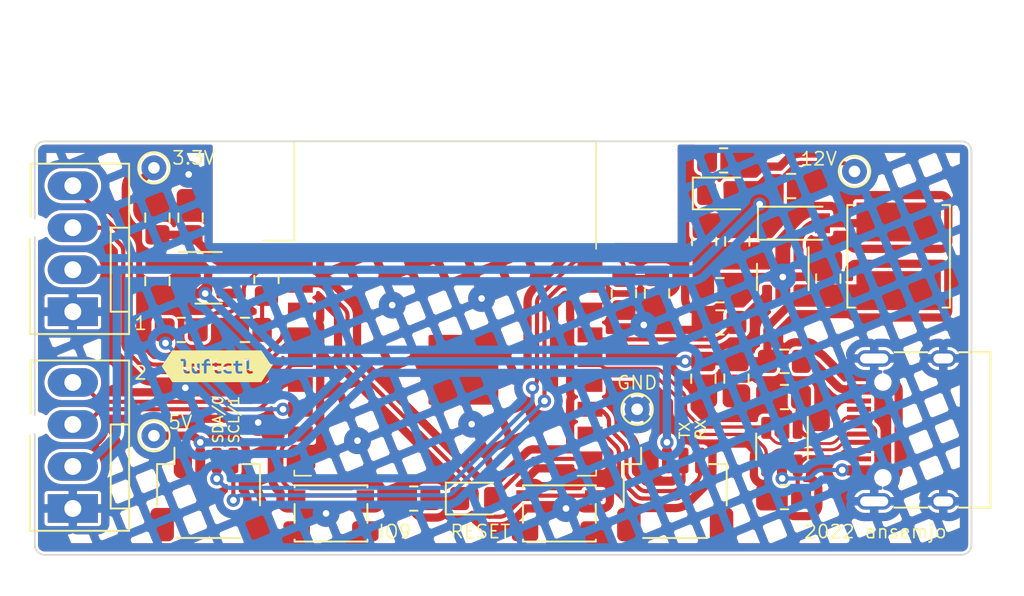
<source format=kicad_pcb>
(kicad_pcb (version 20211014) (generator pcbnew)
  (layers (0 "F.Cu" signal) (31 "B.Cu" signal) (34 "B.Paste" user) (35 "F.Paste" user) (36 "B.SilkS" user "B.Silkscreen") (37 "F.SilkS" user "F.Silkscreen") (38 "B.Mask" user) (39 "F.Mask" user) (44 "Edge.Cuts" user))
  (net 0 "")
  (net 1 "LED")
  (net 2 "Net-(D2-Pad1)")
  (net 3 "+3V3")
  (net 4 "GND")
  (net 5 "TXD")
  (net 6 "RXD")
  (net 7 "+12V")
  (net 8 "Net-(C6-Pad2)")
  (net 9 "EN")
  (net 10 "Net-(D1-Pad2)")
  (net 11 "Net-(D3-Pad1)")
  (net 12 "VBUS")
  (net 13 "USB+")
  (net 14 "+5V")
  (net 15 "CC1")
  (net 17 "USB-")
  (net 18 "CC2")
  (net 20 "SDA")
  (net 21 "SCL")
  (net 22 "FAN2_PWM")
  (net 23 "BOOT")
  (net 24 "FAN1_PWM")
  (net 25 "12V_EN")
  (net 26 "GPIO2")
  (net 27 "GPIO8")
  (net 29 "FAN1_Tacho")
  (net 30 "FAN2_Tacho")
  (footprint "Capacitor_SMD:C_0805_2012Metric_Pad1.18x1.45mm_HandSolder" (layer "F.Cu") (at 168 64.35 90)
    (fp_text reference "C5" hide)
    (fp_text value "100nF")
  )
  (footprint "LED_SMD:LED_0805_2012Metric_Pad1.15x1.40mm_HandSolder" (layer "F.Cu") (at 167.225 53.15)
    (fp_text reference "D3" hide)
    (fp_text value "PWR")
  )
  (footprint "Resistor_SMD:R_0805_2012Metric_Pad1.20x1.40mm_HandSolder" (layer "F.Cu") (at 167 60.95 180)
    (fp_text reference "R3" hide)
    (fp_text value "10kΩ")
  )
  (footprint "Resistor_SMD:R_0805_2012Metric_Pad1.20x1.40mm_HandSolder" (layer "F.Cu") (at 167.225 51.15)
    (fp_text reference "R10" hide)
    (fp_text value "2.2kΩ")
  )
  (footprint "Package_TO_SOT_SMD:SOT-23-6" (layer "F.Cu") (at 170.75 68.4625 -90)
    (fp_text reference "U3" hide)
    (fp_text value "USBLC6-4SC6")
  )
  (footprint "Resistor_SMD:R_0805_2012Metric_Pad1.20x1.40mm_HandSolder" (layer "F.Cu") (at 170.9 71.5125 180)
    (fp_text reference "R4" hide)
    (fp_text value "5.1kΩ")
  )
  (footprint "Resistor_SMD:R_0805_2012Metric_Pad1.20x1.40mm_HandSolder" (layer "F.Cu") (at 139.6 58.35 90)
    (fp_text reference "R8" hide)
    (fp_text value "10kΩ")
  )
  (footprint "Capacitor_SMD:C_0805_2012Metric_Pad1.18x1.45mm_HandSolder" (layer "F.Cu") (at 163.2 59.2 90)
    (fp_text reference "C10" hide)
    (fp_text value "10µF")
  )
  (footprint "Capacitor_SMD:C_0805_2012Metric_Pad1.18x1.45mm_HandSolder" (layer "F.Cu") (at 135.0125 54.6125 -90)
    (fp_text reference "C11" hide)
    (fp_text value "100nF")
  )
  (footprint "Resistor_SMD:R_0805_2012Metric_Pad1.20x1.40mm_HandSolder" (layer "F.Cu") (at 166.05 56.05 -90)
    (fp_text reference "R1" hide)
    (fp_text value "113kΩ")
  )
  (footprint "Connector_JST:JST_SH_SM04B-SRSS-TB_1x04-1MP_P1.00mm_Horizontal" (layer "F.Cu") (at 136.1 71.3)
    (fp_text reference "J3" hide)
    (fp_text value "I2C")
  )
  (footprint "TestPoint:TestPoint_THTPad_D1.5mm_Drill0.7mm" (layer "F.Cu") (at 162 66.2)
    (fp_text reference "TP4" hide)
    (fp_text value "Test")
  )
  (footprint "Button_Switch_SMD:SW_SPST_PTS810" (layer "F.Cu") (at 143.5 72.5 180)
    (fp_text reference "JP1" hide)
    (fp_text value "Bootloader")
  )
  (footprint "Button_Switch_SMD:SW_SPST_PTS810" (layer "F.Cu") (at 157.3 72.5 180)
    (fp_text reference "SW1" hide)
    (fp_text value "Reset")
  )
  (footprint "Resistor_SMD:R_0805_2012Metric_Pad1.20x1.40mm_HandSolder" (layer "F.Cu") (at 134.45 61.4)
    (fp_text reference "R7" hide)
    (fp_text value "10kΩ")
  )
  (footprint "Connector_JST:JST_SH_SM04B-SRSS-TB_1x04-1MP_P1.00mm_Horizontal" (layer "F.Cu") (at 164.3 71.3)
    (fp_text reference "J2" hide)
    (fp_text value "UART")
  )
  (footprint "Resistor_SMD:R_0805_2012Metric_Pad1.20x1.40mm_HandSolder" (layer "F.Cu") (at 161.2 59.2 90)
    (fp_text reference "R6" hide)
    (fp_text value "10kΩ")
  )
  (footprint "kibuzzard-61E47F36" (layer "F.Cu") (at 136.6 63.6)
    (fp_text reference "kibuzzard-61E47F36" hide)
    (fp_text value "G***" hide)
  )
  (footprint "Package_TO_SOT_SMD:SOT-23-5" (layer "F.Cu") (at 136.1 58.25)
    (fp_text reference "U2" hide)
    (fp_text value "MIC5504-3.3YM5")
  )
  (footprint "RF_Module:ESP-WROOM-02" (layer "F.Cu") (at 150.4 63.2)
    (fp_text reference "U4" hide)
    (fp_text value "ESP32-C3-WROOM-02")
  )
  (footprint "Capacitor_SMD:C_0805_2012Metric_Pad1.18x1.45mm_HandSolder" (layer "F.Cu") (at 173.55 58.3 -90)
    (fp_text reference "C1" hide)
    (fp_text value "4.7µF")
  )
  (footprint "Capacitor_SMD:C_0805_2012Metric_Pad1.18x1.45mm_HandSolder" (layer "F.Cu") (at 166 64.35 90)
    (fp_text reference "C7" hide)
    (fp_text value "4.7µF")
  )
  (footprint "Capacitor_SMD:C_0805_2012Metric_Pad1.18x1.45mm_HandSolder" (layer "F.Cu") (at 171.3 52.7)
    (fp_text reference "C8" hide)
    (fp_text value "10µF")
  )
  (footprint "Resistor_SMD:R_0805_2012Metric_Pad1.20x1.40mm_HandSolder" (layer "F.Cu") (at 148.5 71.6 180)
    (fp_text reference "R9" hide)
    (fp_text value "660Ω")
  )
  (footprint "Resistor_SMD:R_0805_2012Metric_Pad1.20x1.40mm_HandSolder" (layer "F.Cu") (at 167 59)
    (fp_text reference "R2" hide)
    (fp_text value "13kΩ")
  )
  (footprint "Resistor_SMD:R_0805_2012Metric_Pad1.20x1.40mm_HandSolder" (layer "F.Cu") (at 170.9 65.4625)
    (fp_text reference "R5" hide)
    (fp_text value "5.1kΩ")
  )
  (footprint "Diode_SMD:D_SOD-123" (layer "F.Cu") (at 171.55 54.95)
    (fp_text reference "D1" hide)
    (fp_text value "1N5819")
  )
  (footprint "Capacitor_SMD:C_0805_2012Metric_Pad1.18x1.45mm_HandSolder" (layer "F.Cu") (at 138.3 61.4)
    (fp_text reference "C9" hide)
    (fp_text value "100nF")
  )
  (footprint "TestPoint:TestPoint_THTPad_D1.5mm_Drill0.7mm" (layer "F.Cu") (at 132.8 51.6)
    (fp_text reference "TP3" hide)
    (fp_text value "Test")
  )
  (footprint "Inductor_SMD:L_0805_2012Metric_Pad1.15x1.40mm_HandSolder" (layer "F.Cu") (at 170.9 63.3 180)
    (fp_text reference "FB1" hide)
    (fp_text value "220ΩZ")
  )
  (footprint "Capacitor_SMD:C_0805_2012Metric_Pad1.18x1.45mm_HandSolder" (layer "F.Cu") (at 133.0125 54.6125 90)
    (fp_text reference "C4" hide)
    (fp_text value "1µF")
  )
  (footprint "Connector:FanPinHeader_1x04_P2.54mm_Vertical" (layer "F.Cu") (at 127.9 72.2 90)
    (fp_text reference "J5" hide)
    (fp_text value "PWM Fan")
  )
  (footprint "TestPoint:TestPoint_THTPad_D1.5mm_Drill0.7mm" (layer "F.Cu") (at 175.133 51.816)
    (fp_text reference "TP1" hide)
    (fp_text value "Test")
  )
  (footprint "Connector:FanPinHeader_1x04_P2.54mm_Vertical" (layer "F.Cu") (at 127.9 60.3 90)
    (fp_text reference "J4" hide)
    (fp_text value "PWM Fan")
  )
  (footprint "Capacitor_SMD:C_0805_2012Metric_Pad1.18x1.45mm_HandSolder" (layer "F.Cu") (at 168.05 56.05 -90)
    (fp_text reference "C6" hide)
    (fp_text value "220pF")
  )
  (footprint "Package_TO_SOT_SMD:SOT-23-5" (layer "F.Cu") (at 170.8 58.2 -90)
    (fp_text reference "U1" hide)
    (fp_text value "LMR62014XMF")
  )
  (footprint "Connector_USB:USB_C_Receptacle_HRO_TYPE-C-31-M-12" (layer "F.Cu") (at 179.45 67.45 90)
    (fp_text reference "J1" hide)
    (fp_text value "USB_C_Receptacle_USB2.0")
  )
  (footprint "Inductor_SMD:L_Bourns_SRN6045TA" (layer "F.Cu") (at 177.8 56.95 90)
    (fp_text reference "L1" hide)
    (fp_text value "10µH")
  )
  (footprint "LED_SMD:LED_0805_2012Metric_Pad1.15x1.40mm_HandSolder" (layer "F.Cu") (at 152.3 71.6)
    (fp_text reference "D2" hide)
    (fp_text value "USR")
  )
  (footprint "Capacitor_SMD:C_0805_2012Metric_Pad1.18x1.45mm_HandSolder" (layer "F.Cu") (at 133.0125 58.45 90)
    (fp_text reference "C3" hide)
    (fp_text value "1µF")
  )
  (footprint "TestPoint:TestPoint_THTPad_D1.5mm_Drill0.7mm" (layer "F.Cu") (at 132.8 67.8)
    (fp_text reference "TP2" hide)
    (fp_text value "Test")
  )
  (gr_arc (start 181.6 50) (mid 182.024264 50.175736) (end 182.2 50.6) (layer "Edge.Cuts") (width 0.1))
  (gr_arc (start 182.2 74.4) (mid 182.024264 74.824264) (end 181.6 75) (layer "Edge.Cuts") (width 0.1))
  (gr_line (start 125.6 74.4) (end 125.6 50.6) (layer "Edge.Cuts") (width 0.1))
  (gr_arc (start 125.6 50.6) (mid 125.775736 50.175736) (end 126.2 50) (layer "Edge.Cuts") (width 0.1))
  (gr_line (start 126.2 50) (end 181.6 50) (layer "Edge.Cuts") (width 0.1))
  (gr_arc (start 126.2 75) (mid 125.775736 74.824264) (end 125.6 74.4) (layer "Edge.Cuts") (width 0.1))
  (gr_line (start 182.2 50.6) (end 182.2 74.4) (layer "Edge.Cuts") (width 0.1))
  (gr_line (start 181.6 75) (end 126.2 75) (layer "Edge.Cuts") (width 0.1))
  (gr_text "2" (at 132 64) (layer "F.SilkS") (effects (font (size 0.8 0.8) (thickness 0.1))))
  (gr_text "GND" (at 162 64.6) (layer "F.SilkS") (effects (font (size 0.8 0.8) (thickness 0.1))))
  (gr_text "2022 ansemjo" (at 176.4 73.6) (layer "F.SilkS") (effects (font (size 0.8 0.8) (thickness 0.1))))
  (gr_text "3.3V" (at 135.2 51) (layer "F.SilkS") (effects (font (size 0.8 0.8) (thickness 0.1))))
  (gr_text "TX\nRX" (at 165.354 68.072 90) (layer "F.SilkS") (effects (font (size 0.6 0.6) (thickness 0.1)) (justify left)))
  (gr_text "IO9" (at 146.3 73.6) (layer "F.SilkS") (effects (font (size 0.8 0.8) (thickness 0.1)) (justify left)))
  (gr_text "12V" (at 172.974 51.054) (layer "F.SilkS") (effects (font (size 0.8 0.8) (thickness 0.1))))
  (gr_text "1" (at 132 61) (layer "F.SilkS") (effects (font (size 0.8 0.8) (thickness 0.1))))
  (gr_text "5V" (at 134.4 67) (layer "F.SilkS") (effects (font (size 0.8 0.8) (thickness 0.1))))
  (gr_text "RESET" (at 154.4 73.6) (layer "F.SilkS") (effects (font (size 0.8 0.8) (thickness 0.1)) (justify right)))
  (gr_text "SDA/0\nSCL/1" (at 137.16 68.326 90) (layer "F.SilkS") (effects (font (size 0.6 0.6) (thickness 0.1)) (justify left)))
  (segment (start 159.15 69.2) (end 155.725 69.2) (width 0.25) (layer "F.Cu") (net 1))
  (segment (start 155.725 69.2) (end 153.325 71.6) (width 0.25) (layer "F.Cu") (net 1))
  (segment (start 149.5 71.6) (end 151.275 71.6) (width 0.25) (layer "F.Cu") (net 2))
  (segment (start 141.55 57.3) (end 141.65 57.2) (width 0.5) (layer "F.Cu") (net 3))
  (segment (start 135.0125 55.65) (end 133.0125 55.65) (width 0.5) (layer "F.Cu") (net 3))
  (segment (start 136.486764 57.124264) (end 135.0125 55.65) (width 0.5) (layer "F.Cu") (net 3))
  (segment (start 133.0125 55.65) (end 133.0125 55.6125) (width 0.5) (layer "F.Cu") (net 3))
  (segment (start 138.22452 58.974008) (end 138.22452 59.326952) (width 0.25) (layer "F.Cu") (net 3))
  (segment (start 131.975736 52.424264) (end 132.8 51.6) (width 0.5) (layer "F.Cu") (net 3))
  (segment (start 138.048784 59.751216) (end 137.625736 60.174264) (width 0.25) (layer "F.Cu") (net 3))
  (segment (start 137.2375 57.3) (end 136.911028 57.3) (width 0.5) (layer "F.Cu") (net 3))
  (segment (start 161.024264 57.225242) (end 160.374758 56.575736) (width 0.25) (layer "F.Cu") (net 3))
  (segment (start 142.274264 56.575736) (end 141.65 57.2) (width 0.25) (layer "F.Cu") (net 3))
  (segment (start 133.0125 55.6125) (end 131.975736 54.575736) (width 0.5) (layer "F.Cu") (net 3))
  (segment (start 159.950494 56.4) (end 142.698528 56.4) (width 0.25) (layer "F.Cu") (net 3))
  (segment (start 131.8 54.151472) (end 131.8 52.848528) (width 0.5) (layer "F.Cu") (net 3))
  (segment (start 137.2375 57.3) (end 141.55 57.3) (width 0.5) (layer "F.Cu") (net 3))
  (segment (start 161.2 58.2) (end 163.1625 58.2) (width 0.25) (layer "F.Cu") (net 3))
  (segment (start 137.201472 60.35) (end 136.748528 60.35) (width 0.25) (layer "F.Cu") (net 3))
  (segment (start 136.324264 60.525736) (end 135.45 61.4) (width 0.25) (layer "F.Cu") (net 3))
  (segment (start 139.6 57.35) (end 138.400256 58.549744) (width 0.25) (layer "F.Cu") (net 3))
  (segment (start 161.2 58.2) (end 161.2 57.649506) (width 0.25) (layer "F.Cu") (net 3))
  (segment (start 163.1625 58.2) (end 163.2 58.1625) (width 0.25) (layer "F.Cu") (net 3))
  (arc (start 142.698528 56.4) (mid 142.468918 56.445672) (end 142.274264 56.575736) (width 0.25) (layer "F.Cu") (net 3))
  (arc (start 138.400256 58.549744) (mid 138.270192 58.744398) (end 138.22452 58.974008) (width 0.25) (layer "F.Cu") (net 3))
  (arc (start 131.975736 52.424264) (mid 131.845672 52.618918) (end 131.8 52.848528) (width 0.5) (layer "F.Cu") (net 3))
  (arc (start 161.2 57.649506) (mid 161.154328 57.419896) (end 161.024264 57.225242) (width 0.25) (layer "F.Cu") (net 3))
  (arc (start 137.625736 60.174264) (mid 137.431082 60.304328) (end 137.201472 60.35) (width 0.25) (layer "F.Cu") (net 3))
  (arc (start 136.486764 57.124264) (mid 136.681418 57.254328) (end 136.911028 57.3) (width 0.5) (layer "F.Cu") (net 3))
  (arc (start 136.748528 60.35) (mid 136.518918 60.395672) (end 136.324264 60.525736) (width 0.25) (layer "F.Cu") (net 3))
  (arc (start 131.8 54.151472) (mid 131.845672 54.381082) (end 131.975736 54.575736) (width 0.5) (layer "F.Cu") (net 3))
  (arc (start 159.950494 56.4) (mid 160.180104 56.445672) (end 160.374758 56.575736) (width 0.25) (layer "F.Cu") (net 3))
  (arc (start 138.048784 59.751216) (mid 138.178848 59.556562) (end 138.22452 59.326952) (width 0.25) (layer "F.Cu") (net 3))
  (segment (start 137.2 61.0125) (end 137.5625 61.0125) (width 0.25) (layer "F.Cu") (net 4))
  (via (at 152 67.1) (size 0.8) (drill 0.4) (layers "F.Cu" "B.Cu") (net 4))
  (via (at 134.7 64.9) (size 0.8) (drill 0.4) (layers "F.Cu" "B.Cu") (net 4))
  (via (at 157.7 72.2) (size 0.8) (drill 0.4) (layers "F.Cu" "B.Cu") (net 4))
  (via (at 145.1 68.1) (size 0.8) (drill 0.4) (layers "F.Cu" "B.Cu") (net 4))
  (via (at 170.8 58.2) (size 0.8) (drill 0.4) (layers "F.Cu" "B.Cu") (net 4))
  (via (at 162.4 61.1) (size 0.8) (drill 0.4) (layers "F.Cu" "B.Cu") (net 4))
  (via (at 152.6 59.5) (size 0.8) (drill 0.4) (layers "F.Cu" "B.Cu") (net 4))
  (via (at 143.2 72.5) (size 0.8) (drill 0.4) (layers "F.Cu" "B.Cu") (net 4))
  (via (at 147.2 59.9) (size 0.8) (drill 0.4) (layers "F.Cu" "B.Cu") (net 4))
  (via (at 139.1 67) (size 0.8) (drill 0.4) (layers "F.Cu" "B.Cu") (net 4))
  (via (at 134.9 52) (size 0.8) (drill 0.4) (layers "F.Cu" "B.Cu") (net 4))
  (segment (start 164.624264 70.875736) (end 164.525256 70.974744) (width 0.25) (layer "F.Cu") (net 5))
  (segment (start 160.124264 66.524264) (end 159.975736 66.375736) (width 0.25) (layer "F.Cu") (net 5))
  (segment (start 161.173784 68.238066) (end 160.475736 67.540018) (width 0.25) (layer "F.Cu") (net 5))
  (segment (start 162.110462 70.974744) (end 161.525256 70.389538) (width 0.25) (layer "F.Cu") (net 5))
  (segment (start 164.8 69.3) (end 164.8 70.451472) (width 0.25) (layer "F.Cu") (net 5))
  (segment (start 160.3 67.115754) (end 160.3 66.948528) (width 0.25) (layer "F.Cu") (net 5))
  (segment (start 159.551472 66.2) (end 159.15 66.2) (width 0.25) (layer "F.Cu") (net 5))
  (segment (start 161.34952 69.965274) (end 161.34952 68.66233) (width 0.25) (layer "F.Cu") (net 5))
  (segment (start 164.100992 71.15048) (end 162.534726 71.15048) (width 0.25) (layer "F.Cu") (net 5))
  (arc (start 161.34952 69.965274) (mid 161.395192 70.194884) (end 161.525256 70.389538) (width 0.25) (layer "F.Cu") (net 5))
  (arc (start 160.3 66.948528) (mid 160.254328 66.718918) (end 160.124264 66.524264) (width 0.25) (layer "F.Cu") (net 5))
  (arc (start 161.34952 68.66233) (mid 161.303848 68.43272) (end 161.173784 68.238066) (width 0.25) (layer "F.Cu") (net 5))
  (arc (start 159.551472 66.2) (mid 159.781082 66.245672) (end 159.975736 66.375736) (width 0.25) (layer "F.Cu") (net 5))
  (arc (start 164.525256 70.974744) (mid 164.330602 71.104808) (end 164.100992 71.15048) (width 0.25) (layer "F.Cu") (net 5))
  (arc (start 160.3 67.115754) (mid 160.345672 67.345364) (end 160.475736 67.540018) (width 0.25) (layer "F.Cu") (net 5))
  (arc (start 164.624264 70.875736) (mid 164.754328 70.681082) (end 164.8 70.451472) (width 0.25) (layer "F.Cu") (net 5))
  (arc (start 162.110462 70.974744) (mid 162.305116 71.104808) (end 162.534726 71.15048) (width 0.25) (layer "F.Cu") (net 5))
  (segment (start 161.075736 70.575736) (end 161.924264 71.424264) (width 0.25) (layer "F.Cu") (net 6))
  (segment (start 159.15 67.7) (end 159.751472 67.7) (width 0.25) (layer "F.Cu") (net 6))
  (segment (start 164.711454 71.424264) (end 165.624264 70.511454) (width 0.25) (layer "F.Cu") (net 6))
  (segment (start 160.9 68.848528) (end 160.9 70.151472) (width 0.25) (layer "F.Cu") (net 6))
  (segment (start 162.348528 71.6) (end 164.28719 71.6) (width 0.25) (layer "F.Cu") (net 6))
  (segment (start 165.8 70.08719) (end 165.8 69.3) (width 0.25) (layer "F.Cu") (net 6))
  (segment (start 160.175736 67.875736) (end 160.724264 68.424264) (width 0.25) (layer "F.Cu") (net 6))
  (arc (start 164.711454 71.424264) (mid 164.5168 71.554328) (end 164.28719 71.6) (width 0.25) (layer "F.Cu") (net 6))
  (arc (start 165.624264 70.511454) (mid 165.754328 70.3168) (end 165.8 70.08719) (width 0.25) (layer "F.Cu") (net 6))
  (arc (start 161.924264 71.424264) (mid 162.118918 71.554328) (end 162.348528 71.6) (width 0.25) (layer "F.Cu") (net 6))
  (arc (start 160.9 68.848528) (mid 160.854328 68.618918) (end 160.724264 68.424264) (width 0.25) (layer "F.Cu") (net 6))
  (arc (start 159.751472 67.7) (mid 159.981082 67.745672) (end 160.175736 67.875736) (width 0.25) (layer "F.Cu") (net 6))
  (arc (start 161.075736 70.575736) (mid 160.945672 70.381082) (end 160.9 70.151472) (width 0.25) (layer "F.Cu") (net 6))
  (segment (start 174.800736 51.483736) (end 175.133 51.816) (width 0.25) (layer "F.Cu") (net 7))
  (segment (start 170.2625 52.7) (end 171.478764 51.483736) (width 0.25) (layer "F.Cu") (net 7))
  (segment (start 171.903028 51.308) (end 174.376472 51.308) (width 0.25) (layer "F.Cu") (net 7))
  (via (at 169.4 53.8) (size 0.8) (drill 0.4) (layers "F.Cu" "B.Cu") (net 7))
  (arc (start 171.478764 51.483736) (mid 171.673418 51.353672) (end 171.903028 51.308) (width 0.25) (layer "F.Cu") (net 7))
  (arc (start 174.376472 51.308) (mid 174.606082 51.353672) (end 174.800736 51.483736) (width 0.25) (layer "F.Cu") (net 7))
  (segment (start 130.56 67.491472) (end 130.56 57.76) (width 0.5) (layer "B.Cu") (net 7))
  (segment (start 130.56 57.76) (end 127.9 57.76) (width 0.5) (layer "B.Cu") (net 7))
  (segment (start 127.9 69.66) (end 128.391472 69.66) (width 0.5) (layer "B.Cu") (net 7))
  (segment (start 128.815736 69.484264) (end 130.384264 67.915736) (width 0.5) (layer "B.Cu") (net 7))
  (segment (start 169.4 53.8) (end 165.615736 57.584264) (width 0.5) (layer "B.Cu") (net 7))
  (segment (start 165.191472 57.76) (end 130.56 57.76) (width 0.5) (layer "B.Cu") (net 7))
  (arc (start 165.191472 57.76) (mid 165.421082 57.714328) (end 165.615736 57.584264) (width 0.5) (layer "B.Cu") (net 7))
  (arc (start 130.384264 67.915736) (mid 130.514328 67.721082) (end 130.56 67.491472) (width 0.5) (layer "B.Cu") (net 7))
  (arc (start 128.391472 69.66) (mid 128.621082 69.614328) (end 128.815736 69.484264) (width 0.5) (layer "B.Cu") (net 7))
  (segment (start 144.324264 60.124264) (end 143.075736 58.875736) (width 0.25) (layer "F.Cu") (net 9))
  (segment (start 155.225 71.425) (end 159.375 71.425) (width 0.25) (layer "F.Cu") (net 9))
  (segment (start 141.65 58.7) (end 140.498528 58.7) (width 0.25) (layer "F.Cu") (net 9))
  (segment (start 155.225 71.425) (end 154.125736 72.524264) (width 0.25) (layer "F.Cu") (net 9))
  (segment (start 140.074264 58.875736) (end 139.6 59.35) (width 0.25) (layer "F.Cu") (net 9))
  (segment (start 139.3375 61.4) (end 139.3375 59.861028) (width 0.25) (layer "F.Cu") (net 9))
  (segment (start 139.513236 59.436764) (end 139.6 59.35) (width 0.25) (layer "F.Cu") (net 9))
  (segment (start 152.124264 70.861771) (end 144.675736 63.413243) (width 0.25) (layer "F.Cu") (net 9))
  (segment (start 152.3 71.913965) (end 152.3 71.286035) (width 0.25) (layer "F.Cu") (net 9))
  (segment (start 152.661771 72.524264) (end 152.475736 72.338229) (width 0.25) (layer "F.Cu") (net 9))
  (segment (start 153.701472 72.7) (end 153.086035 72.7) (width 0.25) (layer "F.Cu") (net 9))
  (segment (start 142.651472 58.7) (end 141.65 58.7) (width 0.25) (layer "F.Cu") (net 9))
  (segment (start 144.5 62.988979) (end 144.5 60.548528) (width 0.25) (layer "F.Cu") (net 9))
  (arc (start 144.5 60.548528) (mid 144.454328 60.318918) (end 144.324264 60.124264) (width 0.25) (layer "F.Cu") (net 9))
  (arc (start 144.675736 63.413243) (mid 144.545672 63.218589) (end 144.5 62.988979) (width 0.25) (layer "F.Cu") (net 9))
  (arc (start 154.125736 72.524264) (mid 153.931082 72.654328) (end 153.701472 72.7) (width 0.25) (layer "F.Cu") (net 9))
  (arc (start 152.661771 72.524264) (mid 152.856425 72.654328) (end 153.086035 72.7) (width 0.25) (layer "F.Cu") (net 9))
  (arc (start 140.498528 58.7) (mid 140.268918 58.745672) (end 140.074264 58.875736) (width 0.25) (layer "F.Cu") (net 9))
  (arc (start 143.075736 58.875736) (mid 142.881082 58.745672) (end 142.651472 58.7) (width 0.25) (layer "F.Cu") (net 9))
  (arc (start 152.124264 70.861771) (mid 152.254328 71.056425) (end 152.3 71.286035) (width 0.25) (layer "F.Cu") (net 9))
  (arc (start 152.475736 72.338229) (mid 152.345672 72.143575) (end 152.3 71.913965) (width 0.25) (layer "F.Cu") (net 9))
  (arc (start 139.513236 59.436764) (mid 139.383172 59.631418) (end 139.3375 59.861028) (width 0.25) (layer "F.Cu") (net 9))
  (segment (start 172.042893 55.457107) (end 172.257107 55.242893) (width 0.5) (layer "F.Cu") (net 10))
  (segment (start 172.964214 54.95) (end 173.2 54.95) (width 0.5) (layer "F.Cu") (net 10))
  (segment (start 173.2 54.95) (end 177.725 54.95) (width 0.5) (layer "F.Cu") (net 10))
  (segment (start 171.75 57.0625) (end 171.75 56.164214) (width 0.5) (layer "F.Cu") (net 10))
  (segment (start 177.725 54.95) (end 177.8 54.875) (width 0.5) (layer "F.Cu") (net 10))
  (arc (start 172.042893 55.457107) (mid 171.82612 55.78153) (end 171.75 56.164214) (width 0.5) (layer "F.Cu") (net 10))
  (arc (start 172.257107 55.242893) (mid 172.58153 55.02612) (end 172.964214 54.95) (width 0.5) (layer "F.Cu") (net 10))
  (segment (start 166.2 51.175) (end 166.225 51.15) (width 0.25) (layer "F.Cu") (net 11))
  (segment (start 166.2 53.15) (end 166.2 51.175) (width 0.25) (layer "F.Cu") (net 11))
  (segment (start 175.405 65) (end 174.548528 65) (width 0.5) (layer "F.Cu") (net 12))
  (segment (start 174.124264 64.824264) (end 172.775736 63.475736) (width 0.5) (layer "F.Cu") (net 12))
  (segment (start 170.75 70.372693) (end 170.75 69.6) (width 0.25) (layer "F.Cu") (net 12))
  (segment (start 174.390558 69.875001) (end 174.415557 69.9) (width 0.25) (layer "F.Cu") (net 12))
  (segment (start 170.761745 70.384438) (end 170.75 70.372693) (width 0.25) (layer "F.Cu") (net 12))
  (segment (start 174.415557 69.9) (end 175.405 69.9) (width 0.25) (layer "F.Cu") (net 12))
  (segment (start 172.351472 63.3) (end 171.925 63.3) (width 0.5) (layer "F.Cu") (net 12))
  (via (at 170.761745 70.384438) (size 0.8) (drill 0.4) (layers "F.Cu" "B.Cu") (net 12))
  (via (at 174.390558 69.875001) (size 0.8) (drill 0.4) (layers "F.Cu" "B.Cu") (net 12))
  (arc (start 174.124264 64.824264) (mid 174.318918 64.954328) (end 174.548528 65) (width 0.5) (layer "F.Cu") (net 12))
  (arc (start 172.775736 63.475736) (mid 172.581082 63.345672) (end 172.351472 63.3) (width 0.5) (layer "F.Cu") (net 12))
  (segment (start 174.390558 69.875001) (end 173.173527 69.875001) (width 0.25) (layer "B.Cu") (net 12))
  (segment (start 172.749263 70.050737) (end 172.591298 70.208702) (width 0.25) (layer "B.Cu") (net 12))
  (segment (start 172.167034 70.384438) (end 170.761745 70.384438) (width 0.25) (layer "B.Cu") (net 12))
  (arc (start 172.749263 70.050737) (mid 172.943917 69.920673) (end 173.173527 69.875001) (width 0.25) (layer "B.Cu") (net 12))
  (arc (start 172.167034 70.384438) (mid 172.396644 70.338766) (end 172.591298 70.208702) (width 0.25) (layer "B.Cu") (net 12))
  (segment (start 173.60793 68.27452) (end 170.667509 68.27452) (width 0.175) (layer "F.Cu") (net 13))
  (segment (start 159.625736 63.375736) (end 159.799264 63.549264) (width 0.2) (layer "F.Cu") (net 13))
  (segment (start 175.405 67.7) (end 174.430978 67.7) (width 0.175) (layer "F.Cu") (net 13))
  (segment (start 174.430978 67.7) (end 174.032194 68.098784) (width 0.175) (layer "F.Cu") (net 13))
  (segment (start 169.75 67.275) (end 169.8 67.325) (width 0.2) (layer "F.Cu") (net 13))
  (segment (start 160.223528 63.725) (end 163.044672 63.725) (width 0.2) (layer "F.Cu") (net 13))
  (segment (start 165.100736 66.532536) (end 165.667464 67.099264) (width 0.2) (layer "F.Cu") (net 13))
  (segment (start 164.925 65.605328) (end 164.925 66.108272) (width 0.2) (layer "F.Cu") (net 13))
  (segment (start 170.243245 68.098784) (end 169.975736 67.831275) (width 0.175) (layer "F.Cu") (net 13))
  (segment (start 174.724264 66.7) (end 175.405 66.7) (width 0.175) (layer "F.Cu") (net 13))
  (segment (start 166.091728 67.275) (end 169.75 67.275) (width 0.2) (layer "F.Cu") (net 13))
  (segment (start 169.8 67.407011) (end 169.8 67.325) (width 0.175) (layer "F.Cu") (net 13))
  (segment (start 174.4 67.7) (end 174.380489 67.680489) (width 0.175) (layer "F.Cu") (net 13))
  (segment (start 174.380489 67.680489) (end 174.380489 67.043775) (width 0.175) (layer "F.Cu") (net 13))
  (segment (start 174.468357 66.831643) (end 174.512132 66.787868) (width 0.175) (layer "F.Cu") (net 13))
  (segment (start 163.468936 63.900736) (end 164.749264 65.181064) (width 0.2) (layer "F.Cu") (net 13))
  (segment (start 159.15 63.2) (end 159.201472 63.2) (width 0.2) (layer "F.Cu") (net 13))
  (arc (start 166.091728 67.275) (mid 165.862118 67.229328) (end 165.667464 67.099264) (width 0.2) (layer "F.Cu") (net 13))
  (arc (start 174.032194 68.098784) (mid 173.83754 68.228848) (end 173.60793 68.27452) (width 0.175) (layer "F.Cu") (net 13))
  (arc (start 163.468936 63.900736) (mid 163.274282 63.770672) (end 163.044672 63.725) (width 0.2) (layer "F.Cu") (net 13))
  (arc (start 174.380489 67.043775) (mid 174.403325 66.92897) (end 174.468357 66.831643) (width 0.175) (layer "F.Cu") (net 13))
  (arc (start 170.667509 68.27452) (mid 170.437899 68.228848) (end 170.243245 68.098784) (width 0.175) (layer "F.Cu") (net 13))
  (arc (start 174.512132 66.787868) (mid 174.609459 66.722836) (end 174.724264 66.7) (width 0.175) (layer "F.Cu") (net 13))
  (arc (start 165.100736 66.532536) (mid 164.970672 66.337882) (end 164.925 66.108272) (width 0.2) (layer "F.Cu") (net 13))
  (arc (start 159.799264 63.549264) (mid 159.993918 63.679328) (end 160.223528 63.725) (width 0.2) (layer "F.Cu") (net 13))
  (arc (start 164.749264 65.181064) (mid 164.879328 65.375718) (end 164.925 65.605328) (width 0.2) (layer "F.Cu") (net 13))
  (arc (start 169.975736 67.831275) (mid 169.845672 67.636621) (end 169.8 67.407011) (width 0.175) (layer "F.Cu") (net 13))
  (arc (start 159.201472 63.2) (mid 159.431082 63.245672) (end 159.625736 63.375736) (width 0.2) (layer "F.Cu") (net 13))
  (segment (start 169.875 63.3) (end 166.0125 63.3) (width 0.5) (layer "F.Cu") (net 14))
  (segment (start 164.9125 63.3125) (end 164.9 63.3) (width 0.5) (layer "F.Cu") (net 14))
  (segment (start 135.6 69.3) (end 135.6 68.2) (width 0.5) (layer "F.Cu") (net 14))
  (segment (start 135.325494 57.3) (end 134.9625 57.3) (width 0.5) (layer "F.Cu") (net 14))
  (segment (start 170.050736 61.036764) (end 171.75 59.3375) (width 0.5) (layer "F.Cu") (net 14))
  (segment (start 133.125 57.3) (end 133.0125 57.4125) (width 0.5) (layer "F.Cu") (net 14))
  (segment (start 136.07452 59.02548) (end 136.07452 58.399801) (width 0.5) (layer "F.Cu") (net 14))
  (segment (start 166.0125 63.3) (end 166 63.3125) (width 0.5) (layer "F.Cu") (net 14))
  (segment (start 163.8 69.3) (end 163.8 68.2) (width 0.5) (layer "F.Cu") (net 14))
  (segment (start 166 63.3125) (end 164.9125 63.3125) (width 0.5) (layer "F.Cu") (net 14))
  (segment (start 136.07452 58.399801) (end 136.07452 58.049026) (width 0.5) (layer "F.Cu") (net 14))
  (segment (start 134.951472 67.8) (end 132.8 67.8) (width 0.5) (layer "F.Cu") (net 14))
  (segment (start 134.9625 59.2) (end 135.274321 59.2) (width 0.5) (layer "F.Cu") (net 14))
  (segment (start 135.9 59.2) (end 136.07452 59.02548) (width 0.5) (layer "F.Cu") (net 14))
  (segment (start 134.9625 57.3) (end 133.125 57.3) (width 0.5) (layer "F.Cu") (net 14))
  (segment (start 169.875 63.3) (end 169.875 61.461028) (width 0.5) (layer "F.Cu") (net 14))
  (segment (start 135.6 68.2) (end 135.375736 67.975736) (width 0.5) (layer "F.Cu") (net 14))
  (segment (start 135.898784 57.624762) (end 135.749758 57.475736) (width 0.5) (layer "F.Cu") (net 14))
  (segment (start 135.698585 59.024264) (end 135.898784 58.824065) (width 0.5) (layer "F.Cu") (net 14))
  (via (at 135.9 59.2) (size 0.8) (drill 0.4) (layers "F.Cu" "B.Cu") (net 14))
  (via (at 135.6 68.2) (size 0.8) (drill 0.4) (layers "F.Cu" "B.Cu") (net 14))
  (via (at 163.8 68.2) (size 0.8) (drill 0.4) (layers "F.Cu" "B.Cu") (net 14))
  (via (at 164.9 63.3) (size 0.8) (drill 0.4) (layers "F.Cu" "B.Cu") (net 14))
  (arc (start 136.07452 58.399801) (mid 136.028848 58.629411) (end 135.898784 58.824065) (width 0.5) (layer "F.Cu") (net 14))
  (arc (start 135.898784 57.624762) (mid 136.028848 57.819416) (end 136.07452 58.049026) (width 0.5) (layer "F.Cu") (net 14))
  (arc (start 135.375736 67.975736) (mid 135.181082 67.845672) (end 134.951472 67.8) (width 0.5) (layer "F.Cu") (net 14))
  (arc (start 135.698585 59.024264) (mid 135.503931 59.154328) (end 135.274321 59.2) (width 0.5) (layer "F.Cu") (net 14))
  (arc (start 135.749758 57.475736) (mid 135.555104 57.345672) (end 135.325494 57.3) (width 0.5) (layer "F.Cu") (net 14))
  (arc (start 169.875 61.461028) (mid 169.920672 61.231418) (end 170.050736 61.036764) (width 0.5) (layer "F.Cu") (net 14))
  (segment (start 135.6 68.2) (end 140.751472 68.2) (width 0.5) (layer "B.Cu") (net 14))
  (segment (start 135.9 59.2) (end 139.824264 63.124264) (width 0.5) (layer "B.Cu") (net 14))
  (segment (start 140.248528 63.3) (end 145.9 63.3) (width 0.5) (layer "B.Cu") (net 14))
  (segment (start 145.9 63.3) (end 163.8 63.3) (width 0.5) (layer "B.Cu") (net 14))
  (segment (start 141.175736 68.024264) (end 145.9 63.3) (width 0.5) (layer "B.Cu") (net 14))
  (segment (start 163.8 63.3) (end 164.9 63.3) (width 0.5) (layer "B.Cu") (net 14))
  (segment (start 163.8 68.2) (end 163.8 63.3) (width 0.5) (layer "B.Cu") (net 14))
  (arc (start 141.175736 68.024264) (mid 140.981082 68.154328) (end 140.751472 68.2) (width 0.5) (layer "B.Cu") (net 14))
  (arc (start 140.248528 63.3) (mid 140.018918 63.254328) (end 139.824264 63.124264) (width 0.5) (layer "B.Cu") (net 14))
  (segment (start 174.367577 68.875736) (end 174.319049 68.924264) (width 0.25) (layer "F.Cu") (net 15))
  (segment (start 171.7 69.6) (end 171.7 71.3125) (width 0.25) (layer "F.Cu") (net 15))
  (segment (start 175.405 68.7) (end 174.791841 68.7) (width 0.25) (layer "F.Cu") (net 15))
  (segment (start 171.7 71.3125) (end 171.9 71.5125) (width 0.25) (layer "F.Cu") (net 15))
  (segment (start 172.024264 69.275736) (end 171.7 69.6) (width 0.25) (layer "F.Cu") (net 15))
  (segment (start 173.894785 69.1) (end 172.448528 69.1) (width 0.25) (layer "F.Cu") (net 15))
  (arc (start 172.448528 69.1) (mid 172.218918 69.145672) (end 172.024264 69.275736) (width 0.25) (layer "F.Cu") (net 15))
  (arc (start 173.894785 69.1) (mid 174.124395 69.054328) (end 174.319049 68.924264) (width 0.25) (layer "F.Cu") (net 15))
  (arc (start 174.367577 68.875736) (mid 174.562231 68.745672) (end 174.791841 68.7) (width 0.25) (layer "F.Cu") (net 15))
  (segment (start 160.223528 64.175) (end 162.858272 64.175) (width 0.2) (layer "F.Cu") (net 17))
  (segment (start 159.15 64.7) (end 159.201472 64.7) (width 0.2) (layer "F.Cu") (net 17))
  (segment (start 175.405 67.2) (end 176.075736 67.2) (width 0.175) (layer "F.Cu") (net 17))
  (segment (start 164.475 65.791728) (end 164.475 66.294672) (width 0.2) (layer "F.Cu") (net 17))
  (segment (start 159.625736 64.524264) (end 159.799264 64.350736) (width 0.2) (layer "F.Cu") (net 17))
  (segment (start 169.975736 69.093725) (end 170.243245 68.826216) (width 0.175) (layer "F.Cu") (net 17))
  (segment (start 163.282536 64.350736) (end 164.299264 65.367464) (width 0.2) (layer "F.Cu") (net 17))
  (segment (start 169.8 69.6) (end 169.8 69.517989) (width 0.175) (layer "F.Cu") (net 17))
  (segment (start 165.905328 67.725) (end 168.653255 67.725) (width 0.2) (layer "F.Cu") (net 17))
  (segment (start 174.709158 68.2) (end 175.405 68.2) (width 0.175) (layer "F.Cu") (net 17))
  (segment (start 164.650736 66.718936) (end 165.481064 67.549264) (width 0.2) (layer "F.Cu") (net 17))
  (segment (start 176.329143 68.070857) (end 176.287868 68.112132) (width 0.175) (layer "F.Cu") (net 17))
  (segment (start 176.075736 68.2) (end 175.405 68.2) (width 0.175) (layer "F.Cu") (net 17))
  (segment (start 169.8 68.871745) (end 169.8 69.6) (width 0.2) (layer "F.Cu") (net 17))
  (segment (start 176.287868 67.287868) (end 176.329143 67.329143) (width 0.175) (layer "F.Cu") (net 17))
  (segment (start 174.185886 68.474744) (end 174.284893 68.375737) (width 0.175) (layer "F.Cu") (net 17))
  (segment (start 176.417011 67.541275) (end 176.417011 67.858725) (width 0.175) (layer "F.Cu") (net 17))
  (segment (start 169.077519 67.900736) (end 169.624264 68.447481) (width 0.2) (layer "F.Cu") (net 17))
  (segment (start 170.667509 68.65048) (end 173.761621 68.65048) (width 0.175) (layer "F.Cu") (net 17))
  (arc (start 169.8 69.517989) (mid 169.845672 69.288379) (end 169.975736 69.093725) (width 0.175) (layer "F.Cu") (net 17))
  (arc (start 176.417011 67.541275) (mid 176.394175 67.42647) (end 176.329143 67.329143) (width 0.175) (layer "F.Cu") (net 17))
  (arc (start 162.858272 64.175) (mid 163.087882 64.220672) (end 163.282536 64.350736) (width 0.2) (layer "F.Cu") (net 17))
  (arc (start 176.075736 68.2) (mid 176.190541 68.177164) (end 176.287868 68.112132) (width 0.175) (layer "F.Cu") (net 17))
  (arc (start 176.075736 67.2) (mid 176.190541 67.222836) (end 176.287868 67.287868) (width 0.175) (layer "F.Cu") (net 17))
  (arc (start 159.201472 64.7) (mid 159.431082 64.654328) (end 159.625736 64.524264) (width 0.2) (layer "F.Cu") (net 17))
  (arc (start 164.475 65.791728) (mid 164.429328 65.562118) (end 164.299264 65.367464) (width 0.2) (layer "F.Cu") (net 17))
  (arc (start 164.650736 66.718936) (mid 164.520672 66.524282) (end 164.475 66.294672) (width 0.2) (layer "F.Cu") (net 17))
  (arc (start 168.653255 67.725) (mid 168.882865 67.770672) (end 169.077519 67.900736) (width 0.2) (layer "F.Cu") (net 17))
  (arc (start 176.417011 67.858725) (mid 176.394175 67.97353) (end 176.329143 68.070857) (width 0.175) (layer "F.Cu") (net 17))
  (arc (start 160.223528 64.175) (mid 159.993918 64.220672) (end 159.799264 64.350736) (width 0.2) (layer "F.Cu") (net 17))
  (arc (start 174.284893 68.375737) (mid 174.479547 68.245673) (end 174.709158 68.2) (width 0.175) (layer "F.Cu") (net 17))
  (arc (start 173.761621 68.65048) (mid 173.991231 68.604808) (end 174.185886 68.474744) (width 0.175) (layer "F.Cu") (net 17))
  (arc (start 169.8 68.871745) (mid 169.754328 68.642135) (end 169.624264 68.447481) (width 0.2) (layer "F.Cu") (net 17))
  (arc (start 170.667509 68.65048) (mid 170.437899 68.696152) (end 170.243245 68.826216) (width 0.175) (layer "F.Cu") (net 17))
  (arc (start 165.481064 67.549264) (mid 165.675718 67.679328) (end 165.905328 67.725) (width 0.2) (layer "F.Cu") (net 17))
  (segment (start 175.405 65.7) (end 174.629506 65.7) (width 0.25) (layer "F.Cu") (net 18))
  (segment (start 174.205242 65.875736) (end 174.144205 65.936773) (width 0.25) (layer "F.Cu") (net 18))
  (segment (start 171.7 65.6625) (end 171.9 65.4625) (width 0.25) (layer "F.Cu") (net 18))
  (segment (start 173.302325 67.849147) (end 172.472675 67.849147) (width 0.25) (layer "F.Cu") (net 18))
  (segment (start 173.968469 66.361037) (end 173.968469 67.183003) (width 0.25) (layer "F.Cu") (net 18))
  (segment (start 171.7 67.325) (end 171.7 65.6625) (width 0.25) (layer "F.Cu") (net 18))
  (segment (start 173.792733 67.607267) (end 173.726589 67.673411) (width 0.25) (layer "F.Cu") (net 18))
  (segment (start 172.048411 67.673411) (end 171.7 67.325) (width 0.25) (layer "F.Cu") (net 18))
  (arc (start 172.472675 67.849147) (mid 172.243065 67.803475) (end 172.048411 67.673411) (width 0.25) (layer "F.Cu") (net 18))
  (arc (start 173.792733 67.607267) (mid 173.922797 67.412613) (end 173.968469 67.183003) (width 0.25) (layer "F.Cu") (net 18))
  (arc (start 173.726589 67.673411) (mid 173.531935 67.803475) (end 173.302325 67.849147) (width 0.25) (layer "F.Cu") (net 18))
  (arc (start 173.968469 66.361037) (mid 174.014141 66.131427) (end 174.144205 65.936773) (width 0.25) (layer "F.Cu") (net 18))
  (arc (start 174.629506 65.7) (mid 174.399896 65.745672) (end 174.205242 65.875736) (width 0.25) (layer "F.Cu") (net 18))
  (segment (start 136.6 69.3) (end 136.6 70.4) (width 0.25) (layer "F.Cu") (net 20))
  (segment (start 159.15 57.2) (end 158.51281 57.2) (width 0.25) (layer "F.Cu") (net 20))
  (segment (start 158.088546 57.375736) (end 156.126215 59.338067) (width 0.25) (layer "F.Cu") (net 20))
  (segment (start 155.774744 64.800756) (end 155.6755 64.9) (width 0.25) (layer "F.Cu") (net 20))
  (segment (start 155.95048 59.76233) (end 155.95048 64.376492) (width 0.25) (layer "F.Cu") (net 20))
  (via (at 136.6 70.4) (size 0.8) (drill 0.4) (layers "F.Cu" "B.Cu") (net 20))
  (via (at 155.6755 64.9) (size 0.8) (drill 0.4) (layers "F.Cu" "B.Cu") (net 20))
  (arc (start 156.126215 59.338067) (mid 155.996152 59.532721) (end 155.95048 59.76233) (width 0.25) (layer "F.Cu") (net 20))
  (arc (start 158.51281 57.2) (mid 158.2832 57.245672) (end 158.088546 57.375736) (width 0.25) (layer "F.Cu") (net 20))
  (arc (start 155.774744 64.800756) (mid 155.904808 64.606102) (end 155.95048 64.376492) (width 0.25) (layer "F.Cu") (net 20))
  (segment (start 150.689538 70.774744) (end 155.499764 65.964518) (width 0.25) (layer "B.Cu") (net 20))
  (segment (start 137.399008 70.95048) (end 150.265274 70.95048) (width 0.25) (layer "B.Cu") (net 20))
  (segment (start 155.6755 65.540254) (end 155.6755 64.9) (width 0.25) (layer "B.Cu") (net 20))
  (segment (start 136.6 70.4) (end 136.974744 70.774744) (width 0.25) (layer "B.Cu") (net 20))
  (arc (start 155.499764 65.964518) (mid 155.629828 65.769864) (end 155.6755 65.540254) (width 0.25) (layer "B.Cu") (net 20))
  (arc (start 150.265274 70.95048) (mid 150.494884 70.904808) (end 150.689538 70.774744) (width 0.25) (layer "B.Cu") (net 20))
  (arc (start 137.399008 70.95048) (mid 137.169398 70.904808) (end 136.974744 70.774744) (width 0.25) (layer "B.Cu") (net 20))
  (segment (start 137.6 69.3) (end 137.6 71.7) (width 0.25) (layer "F.Cu") (net 21))
  (segment (start 157.648528 58.7) (end 159.15 58.7) (width 0.25) (layer "F.Cu") (net 21))
  (segment (start 156.4 65.7) (end 156.4 59.948528) (width 0.25) (layer "F.Cu") (net 21))
  (segment (start 156.575736 59.524264) (end 157.224264 58.875736) (width 0.25) (layer "F.Cu") (net 21))
  (via (at 137.6 71.7) (size 0.8) (drill 0.4) (layers "F.Cu" "B.Cu") (net 21))
  (via (at 156.4 65.7) (size 0.8) (drill 0.4) (layers "F.Cu" "B.Cu") (net 21))
  (arc (start 157.648528 58.7) (mid 157.418918 58.745672) (end 157.224264 58.875736) (width 0.25) (layer "F.Cu") (net 21))
  (arc (start 156.4 59.948528) (mid 156.445672 59.718918) (end 156.575736 59.524264) (width 0.25) (layer "F.Cu") (net 21))
  (segment (start 138.148528 71.4) (end 150.451472 71.4) (width 0.25) (layer "B.Cu") (net 21))
  (segment (start 137.6 71.7) (end 137.724264 71.575736) (width 0.25) (layer "B.Cu") (net 21))
  (segment (start 150.875736 71.224264) (end 156.4 65.7) (width 0.25) (layer "B.Cu") (net 21))
  (arc (start 137.724264 71.575736) (mid 137.918918 71.445672) (end 138.148528 71.4) (width 0.25) (layer "B.Cu") (net 21))
  (arc (start 150.875736 71.224264) (mid 150.681082 71.354328) (end 150.451472 71.4) (width 0.25) (layer "B.Cu") (net 21))
  (segment (start 128.131472 64.58) (end 127.9 64.58) (width 0.25) (layer "F.Cu") (net 22))
  (segment (start 141.45048 63.2) (end 139.075736 65.574744) (width 0.25) (layer "F.Cu") (net 22))
  (segment (start 138.651472 65.75048) (end 129.799008 65.75048) (width 0.25) (layer "F.Cu") (net 22))
  (segment (start 141.65 63.2) (end 141.45048 63.2) (width 0.25) (layer "F.Cu") (net 22))
  (segment (start 129.374744 65.574744) (end 128.555736 64.755736) (width 0.25) (layer "F.Cu") (net 22))
  (arc (start 129.374744 65.574744) (mid 129.569398 65.704808) (end 129.799008 65.75048) (width 0.25) (layer "F.Cu") (net 22))
  (arc (start 139.075736 65.574744) (mid 138.881082 65.704808) (end 138.651472 65.75048) (width 0.25) (layer "F.Cu") (net 22))
  (arc (start 128.555736 64.755736) (mid 128.361082 64.625672) (end 128.131472 64.58) (width 0.25) (layer "F.Cu") (net 22))
  (segment (start 141.174264 67.875736) (end 140.675736 68.374264) (width 0.25) (layer "F.Cu") (net 23))
  (segment (start 141.425 71.425) (end 145.575 71.425) (width 0.25) (layer "F.Cu") (net 23))
  (segment (start 140.675736 70.675736) (end 141.425 71.425) (width 0.25) (layer "F.Cu") (net 23))
  (segment (start 140.5 68.798528) (end 140.5 70.251472) (width 0.25) (layer "F.Cu") (net 23))
  (segment (start 141.65 67.7) (end 141.598528 67.7) (width 0.25) (layer "F.Cu") (net 23))
  (arc (start 140.675736 70.675736) (mid 140.545672 70.481082) (end 140.5 70.251472) (width 0.25) (layer "F.Cu") (net 23))
  (arc (start 141.174264 67.875736) (mid 141.368918 67.745672) (end 141.598528 67.7) (width 0.25) (layer "F.Cu") (net 23))
  (arc (start 140.675736 68.374264) (mid 140.545672 68.568918) (end 140.5 68.798528) (width 0.25) (layer "F.Cu") (net 23))
  (segment (start 127.9 52.68) (end 127.9 52.713802) (width 0.25) (layer "F.Cu") (net 24))
  (segment (start 127.9 52.713802) (end 131.224264 56.038066) (width 0.25) (layer "F.Cu") (net 24))
  (segment (start 132.848528 63.5) (end 138.665754 63.5) (width 0.25) (layer "F.Cu") (net 24))
  (segment (start 140.751225 60.749753) (end 141.125242 60.375736) (width 0.25) (layer "F.Cu") (net 24))
  (segment (start 139.090018 63.324264) (end 140.399753 62.014529) (width 0.25) (layer "F.Cu") (net 24))
  (segment (start 131.575736 62.475736) (end 132.424264 63.324264) (width 0.25) (layer "F.Cu") (net 24))
  (segment (start 140.575489 61.590265) (end 140.575489 61.174017) (width 0.25) (layer "F.Cu") (net 24))
  (segment (start 141.549506 60.2) (end 141.65 60.2) (width 0.25) (layer "F.Cu") (net 24))
  (segment (start 131.4 56.46233) (end 131.4 62.051472) (width 0.25) (layer "F.Cu") (net 24))
  (arc (start 132.424264 63.324264) (mid 132.618918 63.454328) (end 132.848528 63.5) (width 0.25) (layer "F.Cu") (net 24))
  (arc (start 131.224264 56.038066) (mid 131.354328 56.23272) (end 131.4 56.46233) (width 0.25) (layer "F.Cu") (net 24))
  (arc (start 140.575489 61.590265) (mid 140.529817 61.819875) (end 140.399753 62.014529) (width 0.25) (layer "F.Cu") (net 24))
  (arc (start 141.549506 60.2) (mid 141.319896 60.245672) (end 141.125242 60.375736) (width 0.25) (layer "F.Cu") (net 24))
  (arc (start 140.575489 61.174017) (mid 140.621161 60.944407) (end 140.751225 60.749753) (width 0.25) (layer "F.Cu") (net 24))
  (arc (start 139.090018 63.324264) (mid 138.895364 63.454328) (end 138.665754 63.5) (width 0.25) (layer "F.Cu") (net 24))
  (arc (start 131.575736 62.475736) (mid 131.445672 62.281082) (end 131.4 62.051472) (width 0.25) (layer "F.Cu") (net 24))
  (segment (start 159.42452 61.97452) (end 166.561266 61.97452) (width 0.25) (layer "F.Cu") (net 25))
  (segment (start 167.268373 61.681627) (end 168 60.95) (width 0.25) (layer "F.Cu") (net 25))
  (segment (start 159.15 61.7) (end 159.42452 61.97452) (width 0.25) (layer "F.Cu") (net 25))
  (segment (start 169.6125 59.3375) (end 169.85 59.3375) (width 0.25) (layer "F.Cu") (net 25))
  (segment (start 168 60.95) (end 169.6125 59.3375) (width 0.25) (layer "F.Cu") (net 25))
  (arc (start 166.561266 61.97452) (mid 166.943949 61.8984) (end 167.268373 61.681627) (width 0.25) (layer "F.Cu") (net 25))
  (segment (start 159.15 60.2) (end 161.2 60.2) (width 0.25) (layer "F.Cu") (net 26))
  (segment (start 133.45 62.15) (end 133.45 61.4) (width 0.25) (layer "F.Cu") (net 27))
  (segment (start 133.5 62.2) (end 133.45 62.15) (width 0.25) (layer "F.Cu") (net 27))
  (segment (start 140.6 66.2) (end 141.65 66.2) (width 0.25) (layer "F.Cu") (net 27))
  (via (at 140.6 66.2) (size 0.8) (drill 0.4) (layers "F.Cu" "B.Cu") (net 27))
  (via (at 133.5 62.2) (size 0.8) (drill 0.4) (layers "F.Cu" "B.Cu") (net 27))
  (segment (start 133.5 62.2) (end 137.324264 66.024264) (width 0.25) (layer "B.Cu") (net 27))
  (segment (start 137.748528 66.2) (end 140.6 66.2) (width 0.25) (layer "B.Cu") (net 27))
  (arc (start 137.324264 66.024264) (mid 137.518918 66.154328) (end 137.748528 66.2) (width 0.25) (layer "B.Cu") (net 27))
  (segment (start 129.946216 55.395736) (end 130.774744 56.224264) (width 0.25) (layer "F.Cu") (net 29))
  (segment (start 131.126216 62.661934) (end 132.238067 63.773784) (width 0.25) (layer "F.Cu") (net 29))
  (segment (start 127.9 55.22) (end 129.521952 55.22) (width 0.25) (layer "F.Cu") (net 29))
  (segment (start 132.662331 63.94952) (end 138.851952 63.94952) (width 0.25) (layer "F.Cu") (net 29))
  (segment (start 141.598528 61.7) (end 141.65 61.7) (width 0.25) (layer "F.Cu") (net 29))
  (segment (start 139.276216 63.773784) (end 141.174264 61.875736) (width 0.25) (layer "F.Cu") (net 29))
  (segment (start 130.95048 56.648528) (end 130.95048 62.23767) (width 0.25) (layer "F.Cu") (net 29))
  (arc (start 141.598528 61.7) (mid 141.368918 61.745672) (end 141.174264 61.875736) (width 0.25) (layer "F.Cu") (net 29))
  (arc (start 130.774744 56.224264) (mid 130.904808 56.418918) (end 130.95048 56.648528) (width 0.25) (layer "F.Cu") (net 29))
  (arc (start 129.946216 55.395736) (mid 129.751562 55.265672) (end 129.521952 55.22) (width 0.25) (layer "F.Cu") (net 29))
  (arc (start 132.662331 63.94952) (mid 132.432721 63.903848) (end 132.238067 63.773784) (width 0.25) (layer "F.Cu") (net 29))
  (arc (start 131.126216 62.661934) (mid 130.996152 62.46728) (end 130.95048 62.23767) (width 0.25) (layer "F.Cu") (net 29))
  (arc (start 138.851952 63.94952) (mid 139.081562 63.903848) (end 139.276216 63.773784) (width 0.25) (layer "F.Cu") (net 29))
  (segment (start 140.524264 64.875736) (end 139.375736 66.024264) (width 0.25) (layer "F.Cu") (net 30))
  (segment (start 138.951472 66.2) (end 129.848528 66.2) (width 0.25) (layer "F.Cu") (net 30))
  (segment (start 129.424264 66.375736) (end 128.855736 66.944264) (width 0.25) (layer "F.Cu") (net 30))
  (segment (start 141.65 64.7) (end 140.948528 64.7) (width 0.25) (layer "F.Cu") (net 30))
  (segment (start 128.431472 67.12) (end 127.9 67.12) (width 0.25) (layer "F.Cu") (net 30))
  (arc (start 128.855736 66.944264) (mid 128.661082 67.074328) (end 128.431472 67.12) (width 0.25) (layer "F.Cu") (net 30))
  (arc (start 129.424264 66.375736) (mid 129.618918 66.245672) (end 129.848528 66.2) (width 0.25) (layer "F.Cu") (net 30))
  (arc (start 139.375736 66.024264) (mid 139.181082 66.154328) (end 138.951472 66.2) (width 0.25) (layer "F.Cu") (net 30))
  (arc (start 140.524264 64.875736) (mid 140.718918 64.745672) (end 140.948528 64.7) (width 0.25) (layer "F.Cu") (net 30))
  (zone (net 7) (net_name "+12V") (layer "F.Cu") (priority 10) (connect_pads thru_hole_only (clearance 0)) (min_thickness 0.22) (fill yes (thermal_gap 0.508) (thermal_bridge_width 0.508) (smoothing fillet) (radius 0.2))
    (polygon (pts (xy 170.85 55.05) (xy 170.151043 55.85) (xy 165.352268 55.850011) (xy 165.351225 54.350001) (xy 167.25 54.35) (xy 167.2 52.4) (xy 169.3 52.4) (xy 169.7 52) (xy 170.85 52)))
  )
  (zone (net 14) (net_name "+5V") (layer "F.Cu") (priority 10) (connect_pads thru_hole_only (clearance 0)) (min_thickness 0.22) (fill yes (thermal_gap 0.508) (thermal_bridge_width 0.508) (smoothing fillet) (radius 0.2))
    (polygon (pts (xy 176.2 60) (xy 171.45 60) (xy 171.45 58.65) (xy 176.2 58.65)))
  )
  (zone (net 0) (net_name "") (layers F&B.Cu) (name "Antenna") (connect_pads thru_hole_only (clearance 0)) (min_thickness 0.22)
    (keepout (tracks not_allowed) (vias not_allowed) (pads not_allowed) (copperpour not_allowed) (footprints allowed))
    (fill (thermal_gap 0.508) (thermal_bridge_width 0.508))
    (polygon (pts (xy 164.45 56.15) (xy 136.35 56.15) (xy 136.35 41.45) (xy 164.45 41.45)))
  )
  (zone (net 4) (net_name "GND") (layers F&B.Cu) (connect_pads thru_hole_only (clearance 0.2)) (min_thickness 0.22) (fill yes (mode hatch) (thermal_gap 0.2) (thermal_bridge_width 0.508) (hatch_thickness 0.5) (hatch_gap 1.2) (hatch_orientation 22) (hatch_smoothing_level 1) (hatch_smoothing_value 0.1) (hatch_border_algorithm hatch_thickness) (hatch_min_hole_area 0.3))
    (polygon (pts (xy 183.2 75.9) (xy 123.5 75.9) (xy 123.5 48.5) (xy 183.2 48.5)))
  )
  (zone (net 12) (net_name "VBUS") (layer "F.Cu") (priority 10) (connect_pads thru_hole_only (clearance 0)) (min_thickness 0.22) (fill yes (thermal_gap 0.508) (thermal_bridge_width 0.508))
    (polygon (pts (xy 177.35 70.2) (xy 174.7 70.2) (xy 174.7 69.6) (xy 176.15 69.6) (xy 176.15 65.3) (xy 174.7 65.3) (xy 174.7 64.7) (xy 177.35 64.7)))
  )
  (zone (net 8) (net_name "Net-(C6-Pad2)") (layer "F.Cu") (priority 10) (connect_pads thru_hole_only (clearance 0)) (min_thickness 0.22) (fill yes (thermal_gap 0.508) (thermal_bridge_width 0.508) (smoothing fillet) (radius 0.2))
    (polygon (pts (xy 170.15 57.75) (xy 166.65 57.75) (xy 166.65 59.75) (xy 165.35 59.75) (xy 165.35 56.1) (xy 170.15 56.1)))
  )
)
</source>
